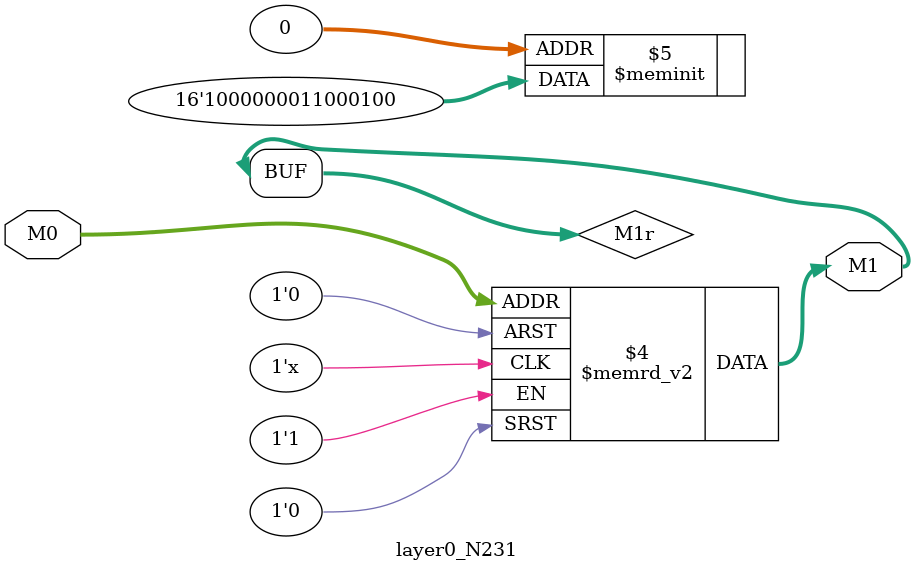
<source format=v>
module layer0_N231 ( input [2:0] M0, output [1:0] M1 );

	(*rom_style = "distributed" *) reg [1:0] M1r;
	assign M1 = M1r;
	always @ (M0) begin
		case (M0)
			3'b000: M1r = 2'b00;
			3'b100: M1r = 2'b00;
			3'b010: M1r = 2'b00;
			3'b110: M1r = 2'b00;
			3'b001: M1r = 2'b01;
			3'b101: M1r = 2'b00;
			3'b011: M1r = 2'b11;
			3'b111: M1r = 2'b10;

		endcase
	end
endmodule

</source>
